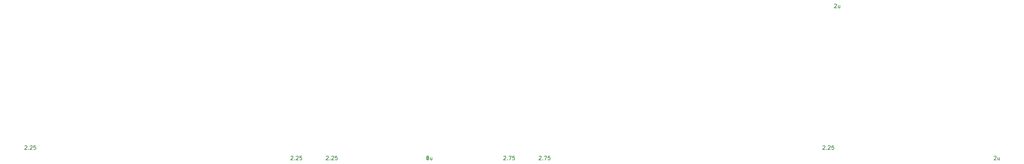
<source format=gbr>
%TF.GenerationSoftware,KiCad,Pcbnew,7.0.7*%
%TF.CreationDate,2024-05-14T18:11:23-06:00*%
%TF.ProjectId,spell,7370656c-6c2e-46b6-9963-61645f706362,rev?*%
%TF.SameCoordinates,Original*%
%TF.FileFunction,Other,Comment*%
%FSLAX46Y46*%
G04 Gerber Fmt 4.6, Leading zero omitted, Abs format (unit mm)*
G04 Created by KiCad (PCBNEW 7.0.7) date 2024-05-14 18:11:23*
%MOMM*%
%LPD*%
G01*
G04 APERTURE LIST*
%ADD10C,0.150000*%
G04 APERTURE END LIST*
D10*
X355853319Y-86137057D02*
X355900938Y-86089438D01*
X355900938Y-86089438D02*
X355996176Y-86041819D01*
X355996176Y-86041819D02*
X356234271Y-86041819D01*
X356234271Y-86041819D02*
X356329509Y-86089438D01*
X356329509Y-86089438D02*
X356377128Y-86137057D01*
X356377128Y-86137057D02*
X356424747Y-86232295D01*
X356424747Y-86232295D02*
X356424747Y-86327533D01*
X356424747Y-86327533D02*
X356377128Y-86470390D01*
X356377128Y-86470390D02*
X355805700Y-87041819D01*
X355805700Y-87041819D02*
X356424747Y-87041819D01*
X357281890Y-86375152D02*
X357281890Y-87041819D01*
X356853319Y-86375152D02*
X356853319Y-86898961D01*
X356853319Y-86898961D02*
X356900938Y-86994200D01*
X356900938Y-86994200D02*
X356996176Y-87041819D01*
X356996176Y-87041819D02*
X357139033Y-87041819D01*
X357139033Y-87041819D02*
X357234271Y-86994200D01*
X357234271Y-86994200D02*
X357281890Y-86946580D01*
X203929509Y-86041819D02*
X203739033Y-86041819D01*
X203739033Y-86041819D02*
X203643795Y-86089438D01*
X203643795Y-86089438D02*
X203596176Y-86137057D01*
X203596176Y-86137057D02*
X203500938Y-86279914D01*
X203500938Y-86279914D02*
X203453319Y-86470390D01*
X203453319Y-86470390D02*
X203453319Y-86851342D01*
X203453319Y-86851342D02*
X203500938Y-86946580D01*
X203500938Y-86946580D02*
X203548557Y-86994200D01*
X203548557Y-86994200D02*
X203643795Y-87041819D01*
X203643795Y-87041819D02*
X203834271Y-87041819D01*
X203834271Y-87041819D02*
X203929509Y-86994200D01*
X203929509Y-86994200D02*
X203977128Y-86946580D01*
X203977128Y-86946580D02*
X204024747Y-86851342D01*
X204024747Y-86851342D02*
X204024747Y-86613247D01*
X204024747Y-86613247D02*
X203977128Y-86518009D01*
X203977128Y-86518009D02*
X203929509Y-86470390D01*
X203929509Y-86470390D02*
X203834271Y-86422771D01*
X203834271Y-86422771D02*
X203643795Y-86422771D01*
X203643795Y-86422771D02*
X203548557Y-86470390D01*
X203548557Y-86470390D02*
X203500938Y-86518009D01*
X203500938Y-86518009D02*
X203453319Y-86613247D01*
X204881890Y-86375152D02*
X204881890Y-87041819D01*
X204453319Y-86375152D02*
X204453319Y-86898961D01*
X204453319Y-86898961D02*
X204500938Y-86994200D01*
X204500938Y-86994200D02*
X204596176Y-87041819D01*
X204596176Y-87041819D02*
X204739033Y-87041819D01*
X204739033Y-87041819D02*
X204834271Y-86994200D01*
X204834271Y-86994200D02*
X204881890Y-86946580D01*
X309871474Y-83343057D02*
X309919093Y-83295438D01*
X309919093Y-83295438D02*
X310014331Y-83247819D01*
X310014331Y-83247819D02*
X310252426Y-83247819D01*
X310252426Y-83247819D02*
X310347664Y-83295438D01*
X310347664Y-83295438D02*
X310395283Y-83343057D01*
X310395283Y-83343057D02*
X310442902Y-83438295D01*
X310442902Y-83438295D02*
X310442902Y-83533533D01*
X310442902Y-83533533D02*
X310395283Y-83676390D01*
X310395283Y-83676390D02*
X309823855Y-84247819D01*
X309823855Y-84247819D02*
X310442902Y-84247819D01*
X310871474Y-84152580D02*
X310919093Y-84200200D01*
X310919093Y-84200200D02*
X310871474Y-84247819D01*
X310871474Y-84247819D02*
X310823855Y-84200200D01*
X310823855Y-84200200D02*
X310871474Y-84152580D01*
X310871474Y-84152580D02*
X310871474Y-84247819D01*
X311300045Y-83343057D02*
X311347664Y-83295438D01*
X311347664Y-83295438D02*
X311442902Y-83247819D01*
X311442902Y-83247819D02*
X311680997Y-83247819D01*
X311680997Y-83247819D02*
X311776235Y-83295438D01*
X311776235Y-83295438D02*
X311823854Y-83343057D01*
X311823854Y-83343057D02*
X311871473Y-83438295D01*
X311871473Y-83438295D02*
X311871473Y-83533533D01*
X311871473Y-83533533D02*
X311823854Y-83676390D01*
X311823854Y-83676390D02*
X311252426Y-84247819D01*
X311252426Y-84247819D02*
X311871473Y-84247819D01*
X312776235Y-83247819D02*
X312300045Y-83247819D01*
X312300045Y-83247819D02*
X312252426Y-83724009D01*
X312252426Y-83724009D02*
X312300045Y-83676390D01*
X312300045Y-83676390D02*
X312395283Y-83628771D01*
X312395283Y-83628771D02*
X312633378Y-83628771D01*
X312633378Y-83628771D02*
X312728616Y-83676390D01*
X312728616Y-83676390D02*
X312776235Y-83724009D01*
X312776235Y-83724009D02*
X312823854Y-83819247D01*
X312823854Y-83819247D02*
X312823854Y-84057342D01*
X312823854Y-84057342D02*
X312776235Y-84152580D01*
X312776235Y-84152580D02*
X312728616Y-84200200D01*
X312728616Y-84200200D02*
X312633378Y-84247819D01*
X312633378Y-84247819D02*
X312395283Y-84247819D01*
X312395283Y-84247819D02*
X312300045Y-84200200D01*
X312300045Y-84200200D02*
X312252426Y-84152580D01*
X203405700Y-86041819D02*
X204072366Y-86041819D01*
X204072366Y-86041819D02*
X203643795Y-87041819D01*
X204881890Y-86375152D02*
X204881890Y-87041819D01*
X204453319Y-86375152D02*
X204453319Y-86898961D01*
X204453319Y-86898961D02*
X204500938Y-86994200D01*
X204500938Y-86994200D02*
X204596176Y-87041819D01*
X204596176Y-87041819D02*
X204739033Y-87041819D01*
X204739033Y-87041819D02*
X204834271Y-86994200D01*
X204834271Y-86994200D02*
X204881890Y-86946580D01*
X95558974Y-83343057D02*
X95606593Y-83295438D01*
X95606593Y-83295438D02*
X95701831Y-83247819D01*
X95701831Y-83247819D02*
X95939926Y-83247819D01*
X95939926Y-83247819D02*
X96035164Y-83295438D01*
X96035164Y-83295438D02*
X96082783Y-83343057D01*
X96082783Y-83343057D02*
X96130402Y-83438295D01*
X96130402Y-83438295D02*
X96130402Y-83533533D01*
X96130402Y-83533533D02*
X96082783Y-83676390D01*
X96082783Y-83676390D02*
X95511355Y-84247819D01*
X95511355Y-84247819D02*
X96130402Y-84247819D01*
X96558974Y-84152580D02*
X96606593Y-84200200D01*
X96606593Y-84200200D02*
X96558974Y-84247819D01*
X96558974Y-84247819D02*
X96511355Y-84200200D01*
X96511355Y-84200200D02*
X96558974Y-84152580D01*
X96558974Y-84152580D02*
X96558974Y-84247819D01*
X96987545Y-83343057D02*
X97035164Y-83295438D01*
X97035164Y-83295438D02*
X97130402Y-83247819D01*
X97130402Y-83247819D02*
X97368497Y-83247819D01*
X97368497Y-83247819D02*
X97463735Y-83295438D01*
X97463735Y-83295438D02*
X97511354Y-83343057D01*
X97511354Y-83343057D02*
X97558973Y-83438295D01*
X97558973Y-83438295D02*
X97558973Y-83533533D01*
X97558973Y-83533533D02*
X97511354Y-83676390D01*
X97511354Y-83676390D02*
X96939926Y-84247819D01*
X96939926Y-84247819D02*
X97558973Y-84247819D01*
X98463735Y-83247819D02*
X97987545Y-83247819D01*
X97987545Y-83247819D02*
X97939926Y-83724009D01*
X97939926Y-83724009D02*
X97987545Y-83676390D01*
X97987545Y-83676390D02*
X98082783Y-83628771D01*
X98082783Y-83628771D02*
X98320878Y-83628771D01*
X98320878Y-83628771D02*
X98416116Y-83676390D01*
X98416116Y-83676390D02*
X98463735Y-83724009D01*
X98463735Y-83724009D02*
X98511354Y-83819247D01*
X98511354Y-83819247D02*
X98511354Y-84057342D01*
X98511354Y-84057342D02*
X98463735Y-84152580D01*
X98463735Y-84152580D02*
X98416116Y-84200200D01*
X98416116Y-84200200D02*
X98320878Y-84247819D01*
X98320878Y-84247819D02*
X98082783Y-84247819D01*
X98082783Y-84247819D02*
X97987545Y-84200200D01*
X97987545Y-84200200D02*
X97939926Y-84152580D01*
X233671474Y-86137057D02*
X233719093Y-86089438D01*
X233719093Y-86089438D02*
X233814331Y-86041819D01*
X233814331Y-86041819D02*
X234052426Y-86041819D01*
X234052426Y-86041819D02*
X234147664Y-86089438D01*
X234147664Y-86089438D02*
X234195283Y-86137057D01*
X234195283Y-86137057D02*
X234242902Y-86232295D01*
X234242902Y-86232295D02*
X234242902Y-86327533D01*
X234242902Y-86327533D02*
X234195283Y-86470390D01*
X234195283Y-86470390D02*
X233623855Y-87041819D01*
X233623855Y-87041819D02*
X234242902Y-87041819D01*
X234671474Y-86946580D02*
X234719093Y-86994200D01*
X234719093Y-86994200D02*
X234671474Y-87041819D01*
X234671474Y-87041819D02*
X234623855Y-86994200D01*
X234623855Y-86994200D02*
X234671474Y-86946580D01*
X234671474Y-86946580D02*
X234671474Y-87041819D01*
X235052426Y-86041819D02*
X235719092Y-86041819D01*
X235719092Y-86041819D02*
X235290521Y-87041819D01*
X236576235Y-86041819D02*
X236100045Y-86041819D01*
X236100045Y-86041819D02*
X236052426Y-86518009D01*
X236052426Y-86518009D02*
X236100045Y-86470390D01*
X236100045Y-86470390D02*
X236195283Y-86422771D01*
X236195283Y-86422771D02*
X236433378Y-86422771D01*
X236433378Y-86422771D02*
X236528616Y-86470390D01*
X236528616Y-86470390D02*
X236576235Y-86518009D01*
X236576235Y-86518009D02*
X236623854Y-86613247D01*
X236623854Y-86613247D02*
X236623854Y-86851342D01*
X236623854Y-86851342D02*
X236576235Y-86946580D01*
X236576235Y-86946580D02*
X236528616Y-86994200D01*
X236528616Y-86994200D02*
X236433378Y-87041819D01*
X236433378Y-87041819D02*
X236195283Y-87041819D01*
X236195283Y-87041819D02*
X236100045Y-86994200D01*
X236100045Y-86994200D02*
X236052426Y-86946580D01*
X312990819Y-45243057D02*
X313038438Y-45195438D01*
X313038438Y-45195438D02*
X313133676Y-45147819D01*
X313133676Y-45147819D02*
X313371771Y-45147819D01*
X313371771Y-45147819D02*
X313467009Y-45195438D01*
X313467009Y-45195438D02*
X313514628Y-45243057D01*
X313514628Y-45243057D02*
X313562247Y-45338295D01*
X313562247Y-45338295D02*
X313562247Y-45433533D01*
X313562247Y-45433533D02*
X313514628Y-45576390D01*
X313514628Y-45576390D02*
X312943200Y-46147819D01*
X312943200Y-46147819D02*
X313562247Y-46147819D01*
X314419390Y-45481152D02*
X314419390Y-46147819D01*
X313990819Y-45481152D02*
X313990819Y-46004961D01*
X313990819Y-46004961D02*
X314038438Y-46100200D01*
X314038438Y-46100200D02*
X314133676Y-46147819D01*
X314133676Y-46147819D02*
X314276533Y-46147819D01*
X314276533Y-46147819D02*
X314371771Y-46100200D01*
X314371771Y-46100200D02*
X314419390Y-46052580D01*
X176521474Y-86137057D02*
X176569093Y-86089438D01*
X176569093Y-86089438D02*
X176664331Y-86041819D01*
X176664331Y-86041819D02*
X176902426Y-86041819D01*
X176902426Y-86041819D02*
X176997664Y-86089438D01*
X176997664Y-86089438D02*
X177045283Y-86137057D01*
X177045283Y-86137057D02*
X177092902Y-86232295D01*
X177092902Y-86232295D02*
X177092902Y-86327533D01*
X177092902Y-86327533D02*
X177045283Y-86470390D01*
X177045283Y-86470390D02*
X176473855Y-87041819D01*
X176473855Y-87041819D02*
X177092902Y-87041819D01*
X177521474Y-86946580D02*
X177569093Y-86994200D01*
X177569093Y-86994200D02*
X177521474Y-87041819D01*
X177521474Y-87041819D02*
X177473855Y-86994200D01*
X177473855Y-86994200D02*
X177521474Y-86946580D01*
X177521474Y-86946580D02*
X177521474Y-87041819D01*
X177950045Y-86137057D02*
X177997664Y-86089438D01*
X177997664Y-86089438D02*
X178092902Y-86041819D01*
X178092902Y-86041819D02*
X178330997Y-86041819D01*
X178330997Y-86041819D02*
X178426235Y-86089438D01*
X178426235Y-86089438D02*
X178473854Y-86137057D01*
X178473854Y-86137057D02*
X178521473Y-86232295D01*
X178521473Y-86232295D02*
X178521473Y-86327533D01*
X178521473Y-86327533D02*
X178473854Y-86470390D01*
X178473854Y-86470390D02*
X177902426Y-87041819D01*
X177902426Y-87041819D02*
X178521473Y-87041819D01*
X179426235Y-86041819D02*
X178950045Y-86041819D01*
X178950045Y-86041819D02*
X178902426Y-86518009D01*
X178902426Y-86518009D02*
X178950045Y-86470390D01*
X178950045Y-86470390D02*
X179045283Y-86422771D01*
X179045283Y-86422771D02*
X179283378Y-86422771D01*
X179283378Y-86422771D02*
X179378616Y-86470390D01*
X179378616Y-86470390D02*
X179426235Y-86518009D01*
X179426235Y-86518009D02*
X179473854Y-86613247D01*
X179473854Y-86613247D02*
X179473854Y-86851342D01*
X179473854Y-86851342D02*
X179426235Y-86946580D01*
X179426235Y-86946580D02*
X179378616Y-86994200D01*
X179378616Y-86994200D02*
X179283378Y-87041819D01*
X179283378Y-87041819D02*
X179045283Y-87041819D01*
X179045283Y-87041819D02*
X178950045Y-86994200D01*
X178950045Y-86994200D02*
X178902426Y-86946580D01*
X224146474Y-86137057D02*
X224194093Y-86089438D01*
X224194093Y-86089438D02*
X224289331Y-86041819D01*
X224289331Y-86041819D02*
X224527426Y-86041819D01*
X224527426Y-86041819D02*
X224622664Y-86089438D01*
X224622664Y-86089438D02*
X224670283Y-86137057D01*
X224670283Y-86137057D02*
X224717902Y-86232295D01*
X224717902Y-86232295D02*
X224717902Y-86327533D01*
X224717902Y-86327533D02*
X224670283Y-86470390D01*
X224670283Y-86470390D02*
X224098855Y-87041819D01*
X224098855Y-87041819D02*
X224717902Y-87041819D01*
X225146474Y-86946580D02*
X225194093Y-86994200D01*
X225194093Y-86994200D02*
X225146474Y-87041819D01*
X225146474Y-87041819D02*
X225098855Y-86994200D01*
X225098855Y-86994200D02*
X225146474Y-86946580D01*
X225146474Y-86946580D02*
X225146474Y-87041819D01*
X225527426Y-86041819D02*
X226194092Y-86041819D01*
X226194092Y-86041819D02*
X225765521Y-87041819D01*
X227051235Y-86041819D02*
X226575045Y-86041819D01*
X226575045Y-86041819D02*
X226527426Y-86518009D01*
X226527426Y-86518009D02*
X226575045Y-86470390D01*
X226575045Y-86470390D02*
X226670283Y-86422771D01*
X226670283Y-86422771D02*
X226908378Y-86422771D01*
X226908378Y-86422771D02*
X227003616Y-86470390D01*
X227003616Y-86470390D02*
X227051235Y-86518009D01*
X227051235Y-86518009D02*
X227098854Y-86613247D01*
X227098854Y-86613247D02*
X227098854Y-86851342D01*
X227098854Y-86851342D02*
X227051235Y-86946580D01*
X227051235Y-86946580D02*
X227003616Y-86994200D01*
X227003616Y-86994200D02*
X226908378Y-87041819D01*
X226908378Y-87041819D02*
X226670283Y-87041819D01*
X226670283Y-87041819D02*
X226575045Y-86994200D01*
X226575045Y-86994200D02*
X226527426Y-86946580D01*
X166996474Y-86137057D02*
X167044093Y-86089438D01*
X167044093Y-86089438D02*
X167139331Y-86041819D01*
X167139331Y-86041819D02*
X167377426Y-86041819D01*
X167377426Y-86041819D02*
X167472664Y-86089438D01*
X167472664Y-86089438D02*
X167520283Y-86137057D01*
X167520283Y-86137057D02*
X167567902Y-86232295D01*
X167567902Y-86232295D02*
X167567902Y-86327533D01*
X167567902Y-86327533D02*
X167520283Y-86470390D01*
X167520283Y-86470390D02*
X166948855Y-87041819D01*
X166948855Y-87041819D02*
X167567902Y-87041819D01*
X167996474Y-86946580D02*
X168044093Y-86994200D01*
X168044093Y-86994200D02*
X167996474Y-87041819D01*
X167996474Y-87041819D02*
X167948855Y-86994200D01*
X167948855Y-86994200D02*
X167996474Y-86946580D01*
X167996474Y-86946580D02*
X167996474Y-87041819D01*
X168425045Y-86137057D02*
X168472664Y-86089438D01*
X168472664Y-86089438D02*
X168567902Y-86041819D01*
X168567902Y-86041819D02*
X168805997Y-86041819D01*
X168805997Y-86041819D02*
X168901235Y-86089438D01*
X168901235Y-86089438D02*
X168948854Y-86137057D01*
X168948854Y-86137057D02*
X168996473Y-86232295D01*
X168996473Y-86232295D02*
X168996473Y-86327533D01*
X168996473Y-86327533D02*
X168948854Y-86470390D01*
X168948854Y-86470390D02*
X168377426Y-87041819D01*
X168377426Y-87041819D02*
X168996473Y-87041819D01*
X169901235Y-86041819D02*
X169425045Y-86041819D01*
X169425045Y-86041819D02*
X169377426Y-86518009D01*
X169377426Y-86518009D02*
X169425045Y-86470390D01*
X169425045Y-86470390D02*
X169520283Y-86422771D01*
X169520283Y-86422771D02*
X169758378Y-86422771D01*
X169758378Y-86422771D02*
X169853616Y-86470390D01*
X169853616Y-86470390D02*
X169901235Y-86518009D01*
X169901235Y-86518009D02*
X169948854Y-86613247D01*
X169948854Y-86613247D02*
X169948854Y-86851342D01*
X169948854Y-86851342D02*
X169901235Y-86946580D01*
X169901235Y-86946580D02*
X169853616Y-86994200D01*
X169853616Y-86994200D02*
X169758378Y-87041819D01*
X169758378Y-87041819D02*
X169520283Y-87041819D01*
X169520283Y-87041819D02*
X169425045Y-86994200D01*
X169425045Y-86994200D02*
X169377426Y-86946580D01*
M02*

</source>
